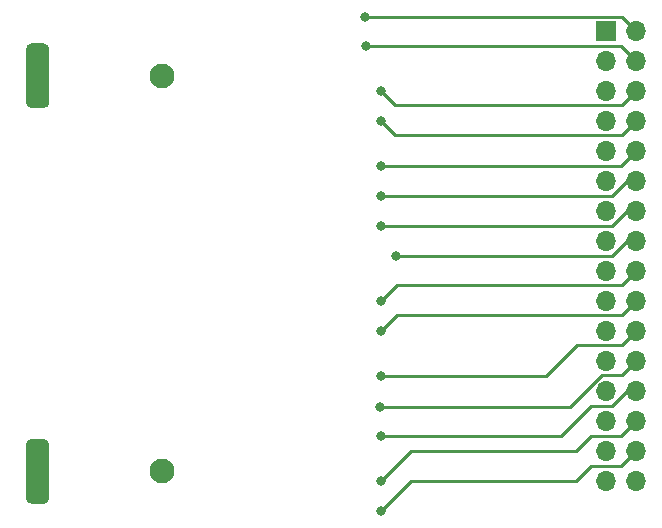
<source format=gbr>
%TF.GenerationSoftware,KiCad,Pcbnew,(5.1.10)-1*%
%TF.CreationDate,2021-11-02T23:54:37+01:00*%
%TF.ProjectId,Board0,426f6172-6430-42e6-9b69-6361645f7063,rev?*%
%TF.SameCoordinates,Original*%
%TF.FileFunction,Copper,L2,Bot*%
%TF.FilePolarity,Positive*%
%FSLAX46Y46*%
G04 Gerber Fmt 4.6, Leading zero omitted, Abs format (unit mm)*
G04 Created by KiCad (PCBNEW (5.1.10)-1) date 2021-11-02 23:54:37*
%MOMM*%
%LPD*%
G01*
G04 APERTURE LIST*
%TA.AperFunction,ComponentPad*%
%ADD10O,1.700000X1.700000*%
%TD*%
%TA.AperFunction,ComponentPad*%
%ADD11R,1.700000X1.700000*%
%TD*%
%TA.AperFunction,ComponentPad*%
%ADD12C,2.100000*%
%TD*%
%TA.AperFunction,ViaPad*%
%ADD13C,0.800000*%
%TD*%
%TA.AperFunction,Conductor*%
%ADD14C,0.250000*%
%TD*%
G04 APERTURE END LIST*
D10*
%TO.P,J1,32*%
%TO.N,Net-(J1-Pad32)*%
X133180000Y-140780000D03*
%TO.P,J1,31*%
%TO.N,Net-(J1-Pad31)*%
X130640000Y-140780000D03*
%TO.P,J1,30*%
%TO.N,Net-(J1-Pad30)*%
X133180000Y-138240000D03*
%TO.P,J1,29*%
%TO.N,Net-(J1-Pad29)*%
X130640000Y-138240000D03*
%TO.P,J1,28*%
%TO.N,Net-(J1-Pad28)*%
X133180000Y-135700000D03*
%TO.P,J1,27*%
%TO.N,Net-(J1-Pad27)*%
X130640000Y-135700000D03*
%TO.P,J1,26*%
%TO.N,Net-(J1-Pad26)*%
X133180000Y-133160000D03*
%TO.P,J1,25*%
%TO.N,Net-(J1-Pad25)*%
X130640000Y-133160000D03*
%TO.P,J1,24*%
%TO.N,Net-(J1-Pad24)*%
X133180000Y-130620000D03*
%TO.P,J1,23*%
%TO.N,Net-(J1-Pad23)*%
X130640000Y-130620000D03*
%TO.P,J1,22*%
%TO.N,Net-(J1-Pad22)*%
X133180000Y-128080000D03*
%TO.P,J1,21*%
%TO.N,Net-(J1-Pad21)*%
X130640000Y-128080000D03*
%TO.P,J1,20*%
%TO.N,Net-(J1-Pad20)*%
X133180000Y-125540000D03*
%TO.P,J1,19*%
%TO.N,Net-(J1-Pad19)*%
X130640000Y-125540000D03*
%TO.P,J1,18*%
%TO.N,Net-(J1-Pad18)*%
X133180000Y-123000000D03*
%TO.P,J1,17*%
%TO.N,Net-(J1-Pad17)*%
X130640000Y-123000000D03*
%TO.P,J1,16*%
%TO.N,Net-(J1-Pad16)*%
X133180000Y-120460000D03*
%TO.P,J1,15*%
%TO.N,Net-(J1-Pad15)*%
X130640000Y-120460000D03*
%TO.P,J1,14*%
%TO.N,Net-(J1-Pad14)*%
X133180000Y-117920000D03*
%TO.P,J1,13*%
%TO.N,Net-(J1-Pad13)*%
X130640000Y-117920000D03*
%TO.P,J1,12*%
%TO.N,Net-(J1-Pad12)*%
X133180000Y-115380000D03*
%TO.P,J1,11*%
%TO.N,Net-(J1-Pad11)*%
X130640000Y-115380000D03*
%TO.P,J1,10*%
%TO.N,Net-(J1-Pad10)*%
X133180000Y-112840000D03*
%TO.P,J1,9*%
%TO.N,Net-(J1-Pad9)*%
X130640000Y-112840000D03*
%TO.P,J1,8*%
%TO.N,Net-(J1-Pad8)*%
X133180000Y-110300000D03*
%TO.P,J1,7*%
%TO.N,Net-(J1-Pad7)*%
X130640000Y-110300000D03*
%TO.P,J1,6*%
%TO.N,Net-(J1-Pad6)*%
X133180000Y-107760000D03*
%TO.P,J1,5*%
%TO.N,Net-(J1-Pad5)*%
X130640000Y-107760000D03*
%TO.P,J1,4*%
%TO.N,Net-(J1-Pad4)*%
X133180000Y-105220000D03*
%TO.P,J1,3*%
%TO.N,Net-(J1-Pad3)*%
X130640000Y-105220000D03*
%TO.P,J1,2*%
%TO.N,Net-(J1-Pad2)*%
X133180000Y-102680000D03*
D11*
%TO.P,J1,1*%
%TO.N,Net-(J1-Pad1)*%
X130640000Y-102680000D03*
%TD*%
%TO.P,U1,*%
%TO.N,*%
%TA.AperFunction,ComponentPad*%
G36*
G01*
X81500000Y-142250000D02*
X81500000Y-137750000D01*
G75*
G02*
X82000000Y-137250000I500000J0D01*
G01*
X83000000Y-137250000D01*
G75*
G02*
X83500000Y-137750000I0J-500000D01*
G01*
X83500000Y-142250000D01*
G75*
G02*
X83000000Y-142750000I-500000J0D01*
G01*
X82000000Y-142750000D01*
G75*
G02*
X81500000Y-142250000I0J500000D01*
G01*
G37*
%TD.AperFunction*%
%TA.AperFunction,ComponentPad*%
G36*
G01*
X81500000Y-108750000D02*
X81500000Y-104250000D01*
G75*
G02*
X82000000Y-103750000I500000J0D01*
G01*
X83000000Y-103750000D01*
G75*
G02*
X83500000Y-104250000I0J-500000D01*
G01*
X83500000Y-108750000D01*
G75*
G02*
X83000000Y-109250000I-500000J0D01*
G01*
X82000000Y-109250000D01*
G75*
G02*
X81500000Y-108750000I0J500000D01*
G01*
G37*
%TD.AperFunction*%
D12*
X93000000Y-140000000D03*
X93000000Y-106500000D03*
%TD*%
D13*
%TO.N,Net-(J1-Pad30)*%
X111590000Y-143320000D03*
%TO.N,Net-(J1-Pad28)*%
X111590000Y-140780000D03*
%TO.N,Net-(J1-Pad26)*%
X111590000Y-136970000D03*
%TO.N,Net-(J1-Pad24)*%
X111520000Y-134500000D03*
%TO.N,Net-(J1-Pad22)*%
X111590000Y-131890000D03*
%TO.N,Net-(J1-Pad20)*%
X111590000Y-128080000D03*
%TO.N,Net-(J1-Pad18)*%
X111590000Y-125540000D03*
%TO.N,Net-(J1-Pad16)*%
X112860000Y-121730000D03*
%TO.N,Net-(J1-Pad14)*%
X111590000Y-119190000D03*
%TO.N,Net-(J1-Pad12)*%
X111590000Y-116650000D03*
%TO.N,Net-(J1-Pad10)*%
X111590000Y-114110000D03*
%TO.N,Net-(J1-Pad8)*%
X111590000Y-110300000D03*
%TO.N,Net-(J1-Pad6)*%
X111590000Y-107760000D03*
%TO.N,Net-(J1-Pad4)*%
X110320000Y-103950000D03*
%TO.N,Net-(J1-Pad2)*%
X110230000Y-101500000D03*
%TD*%
D14*
%TO.N,Net-(J1-Pad30)*%
X111590000Y-143320000D02*
X114130000Y-140780000D01*
X114130000Y-140780000D02*
X128100000Y-140780000D01*
X128100000Y-140780000D02*
X129370000Y-139510000D01*
X131910000Y-139510000D02*
X133180000Y-138240000D01*
X129370000Y-139510000D02*
X131910000Y-139510000D01*
%TO.N,Net-(J1-Pad28)*%
X111590000Y-140780000D02*
X114130000Y-138240000D01*
X114130000Y-138240000D02*
X128100000Y-138240000D01*
X128100000Y-138240000D02*
X129370000Y-136970000D01*
X131910000Y-136970000D02*
X133180000Y-135700000D01*
X129370000Y-136970000D02*
X131910000Y-136970000D01*
%TO.N,Net-(J1-Pad26)*%
X111590000Y-136970000D02*
X125560000Y-136970000D01*
X125560000Y-136970000D02*
X125727408Y-136970000D01*
X132379002Y-133160000D02*
X133180000Y-133160000D01*
X131109002Y-134430000D02*
X132379002Y-133160000D01*
X129370000Y-134430000D02*
X131109002Y-134430000D01*
X126830000Y-136970000D02*
X129370000Y-134430000D01*
X125560000Y-136970000D02*
X126830000Y-136970000D01*
%TO.N,Net-(J1-Pad24)*%
X132004999Y-131795001D02*
X133180000Y-130620000D01*
X127560998Y-134500000D02*
X130265997Y-131795001D01*
X130265997Y-131795001D02*
X132004999Y-131795001D01*
X111520000Y-134500000D02*
X127560998Y-134500000D01*
%TO.N,Net-(J1-Pad22)*%
X132004999Y-129255001D02*
X133180000Y-128080000D01*
X128194999Y-129255001D02*
X132004999Y-129255001D01*
X125560000Y-131890000D02*
X128194999Y-129255001D01*
X111590000Y-131890000D02*
X125560000Y-131890000D01*
%TO.N,Net-(J1-Pad20)*%
X132004999Y-126715001D02*
X133180000Y-125540000D01*
X112954999Y-126715001D02*
X132004999Y-126715001D01*
X111590000Y-128080000D02*
X112954999Y-126715001D01*
%TO.N,Net-(J1-Pad18)*%
X132004999Y-124175001D02*
X133180000Y-123000000D01*
X112954999Y-124175001D02*
X132004999Y-124175001D01*
X111590000Y-125540000D02*
X112954999Y-124175001D01*
%TO.N,Net-(J1-Pad16)*%
X132379002Y-120460000D02*
X133180000Y-120460000D01*
X131109002Y-121730000D02*
X132379002Y-120460000D01*
X112860000Y-121730000D02*
X131109002Y-121730000D01*
%TO.N,Net-(J1-Pad14)*%
X132379002Y-117920000D02*
X133180000Y-117920000D01*
X131109002Y-119190000D02*
X132379002Y-117920000D01*
X111590000Y-119190000D02*
X131109002Y-119190000D01*
%TO.N,Net-(J1-Pad12)*%
X132379002Y-115380000D02*
X133180000Y-115380000D01*
X131109002Y-116650000D02*
X132379002Y-115380000D01*
X111590000Y-116650000D02*
X131109002Y-116650000D01*
%TO.N,Net-(J1-Pad10)*%
X131910000Y-114110000D02*
X133180000Y-112840000D01*
X111590000Y-114110000D02*
X131910000Y-114110000D01*
%TO.N,Net-(J1-Pad8)*%
X132004999Y-111475001D02*
X133180000Y-110300000D01*
X112765001Y-111475001D02*
X132004999Y-111475001D01*
X111590000Y-110300000D02*
X112765001Y-111475001D01*
%TO.N,Net-(J1-Pad6)*%
X132004999Y-108935001D02*
X133180000Y-107760000D01*
X112765001Y-108935001D02*
X132004999Y-108935001D01*
X111590000Y-107760000D02*
X112765001Y-108935001D01*
%TO.N,Net-(J1-Pad4)*%
X131910000Y-103950000D02*
X133180000Y-105220000D01*
X110320000Y-103950000D02*
X131910000Y-103950000D01*
%TO.N,Net-(J1-Pad2)*%
X132000000Y-101500000D02*
X133180000Y-102680000D01*
X110230000Y-101500000D02*
X132000000Y-101500000D01*
%TD*%
M02*

</source>
